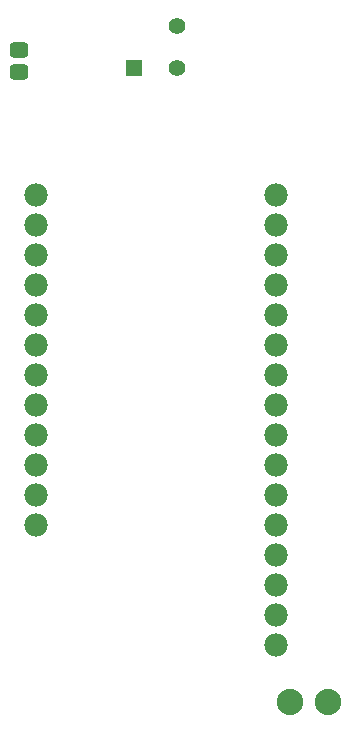
<source format=gts>
G04*
G04 #@! TF.GenerationSoftware,Altium Limited,Altium Designer,19.1.8 (144)*
G04*
G04 Layer_Color=8388736*
%FSLAX25Y25*%
%MOIN*%
G70*
G01*
G75*
G04:AMPARAMS|DCode=12|XSize=63mil|YSize=51mil|CornerRadius=11.96mil|HoleSize=0mil|Usage=FLASHONLY|Rotation=180.000|XOffset=0mil|YOffset=0mil|HoleType=Round|Shape=RoundedRectangle|*
%AMROUNDEDRECTD12*
21,1,0.06300,0.02709,0,0,180.0*
21,1,0.03909,0.05100,0,0,180.0*
1,1,0.02391,-0.01955,0.01355*
1,1,0.02391,0.01955,0.01355*
1,1,0.02391,0.01955,-0.01355*
1,1,0.02391,-0.01955,-0.01355*
%
%ADD12ROUNDEDRECTD12*%
%ADD13C,0.08800*%
%ADD14R,0.05595X0.05595*%
%ADD15C,0.05595*%
%ADD16C,0.07800*%
D12*
X121653Y316529D02*
D03*
Y323629D02*
D03*
D13*
X212205Y106299D02*
D03*
X224803D02*
D03*
D14*
X160236Y317717D02*
D03*
D15*
X174409D02*
D03*
Y331890D02*
D03*
D16*
X127559Y275354D02*
D03*
Y265354D02*
D03*
Y255354D02*
D03*
Y245354D02*
D03*
Y235354D02*
D03*
Y225354D02*
D03*
Y215354D02*
D03*
Y205354D02*
D03*
Y195354D02*
D03*
Y185354D02*
D03*
Y175354D02*
D03*
Y165354D02*
D03*
X207559Y125354D02*
D03*
Y135354D02*
D03*
Y145354D02*
D03*
Y155354D02*
D03*
Y165354D02*
D03*
Y175354D02*
D03*
Y185354D02*
D03*
Y195354D02*
D03*
Y205354D02*
D03*
Y215354D02*
D03*
Y225354D02*
D03*
Y235354D02*
D03*
Y245354D02*
D03*
Y255354D02*
D03*
Y265354D02*
D03*
Y275453D02*
D03*
M02*

</source>
